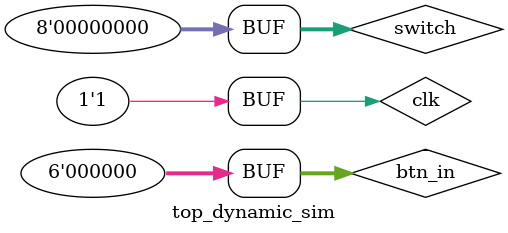
<source format=v>
`timescale 1ns / 1ps


module top_dynamic_sim;
// clockgen 100mhz
reg clk = 0;
parameter period_clk = 10;
always
begin
    #(period_clk/2) clk <= 1'b0;
    #(period_clk/2) clk <= 1'b1;
end
reg[5:0] btn_in;
reg[7:0] switch;
wire[7:0] seg0;
wire[7:0] seg1;
wire[7:0] seg_flag;
wire[7:0] LED;
wire[7:0] wave;

initial
begin
    btn_in = 0;
    switch = 0;
end
top_dynamic top_dynamic_tb(
    .clk(clk),
    .btn_in(btn_in),
    .switch(switch),
    .seg0(seg0),
    .seg1(seg1),
    .seg_flag(seg_flag),
    .LED(LED),
    .toDAC(wave)
    );
endmodule

</source>
